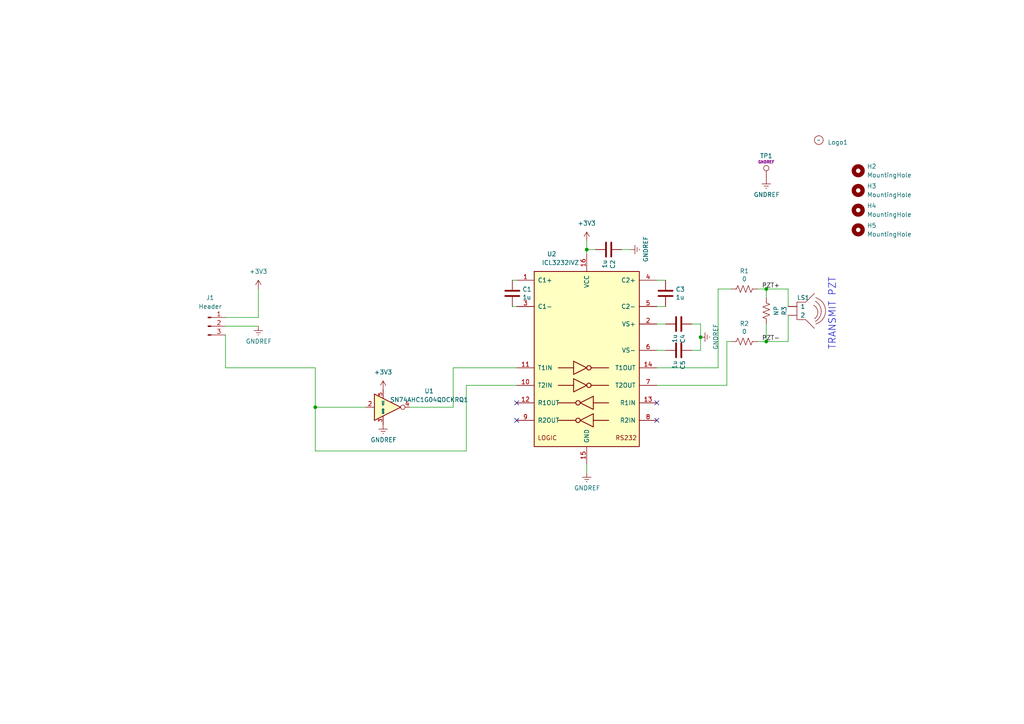
<source format=kicad_sch>
(kicad_sch (version 20230121) (generator eeschema)

  (uuid 88cb65f4-7e9e-44eb-8692-3b6e2e788a94)

  (paper "A4")

  (lib_symbols
    (symbol "Connector:Conn_01x03_Male" (pin_names (offset 1.016) hide) (in_bom yes) (on_board yes)
      (property "Reference" "J" (at 0 5.08 0)
        (effects (font (size 1.27 1.27)))
      )
      (property "Value" "Conn_01x03_Male" (at 0 -5.08 0)
        (effects (font (size 1.27 1.27)))
      )
      (property "Footprint" "" (at 0 0 0)
        (effects (font (size 1.27 1.27)) hide)
      )
      (property "Datasheet" "~" (at 0 0 0)
        (effects (font (size 1.27 1.27)) hide)
      )
      (property "ki_keywords" "connector" (at 0 0 0)
        (effects (font (size 1.27 1.27)) hide)
      )
      (property "ki_description" "Generic connector, single row, 01x03, script generated (kicad-library-utils/schlib/autogen/connector/)" (at 0 0 0)
        (effects (font (size 1.27 1.27)) hide)
      )
      (property "ki_fp_filters" "Connector*:*_1x??_*" (at 0 0 0)
        (effects (font (size 1.27 1.27)) hide)
      )
      (symbol "Conn_01x03_Male_1_1"
        (polyline
          (pts
            (xy 1.27 -2.54)
            (xy 0.8636 -2.54)
          )
          (stroke (width 0.1524) (type default))
          (fill (type none))
        )
        (polyline
          (pts
            (xy 1.27 0)
            (xy 0.8636 0)
          )
          (stroke (width 0.1524) (type default))
          (fill (type none))
        )
        (polyline
          (pts
            (xy 1.27 2.54)
            (xy 0.8636 2.54)
          )
          (stroke (width 0.1524) (type default))
          (fill (type none))
        )
        (rectangle (start 0.8636 -2.413) (end 0 -2.667)
          (stroke (width 0.1524) (type default))
          (fill (type outline))
        )
        (rectangle (start 0.8636 0.127) (end 0 -0.127)
          (stroke (width 0.1524) (type default))
          (fill (type outline))
        )
        (rectangle (start 0.8636 2.667) (end 0 2.413)
          (stroke (width 0.1524) (type default))
          (fill (type outline))
        )
        (pin passive line (at 5.08 2.54 180) (length 3.81)
          (name "Pin_1" (effects (font (size 1.27 1.27))))
          (number "1" (effects (font (size 1.27 1.27))))
        )
        (pin passive line (at 5.08 0 180) (length 3.81)
          (name "Pin_2" (effects (font (size 1.27 1.27))))
          (number "2" (effects (font (size 1.27 1.27))))
        )
        (pin passive line (at 5.08 -2.54 180) (length 3.81)
          (name "Pin_3" (effects (font (size 1.27 1.27))))
          (number "3" (effects (font (size 1.27 1.27))))
        )
      )
    )
    (symbol "Device:C" (pin_numbers hide) (pin_names (offset 0.254)) (in_bom yes) (on_board yes)
      (property "Reference" "C" (at 0.635 2.54 0)
        (effects (font (size 1.27 1.27)) (justify left))
      )
      (property "Value" "C" (at 0.635 -2.54 0)
        (effects (font (size 1.27 1.27)) (justify left))
      )
      (property "Footprint" "" (at 0.9652 -3.81 0)
        (effects (font (size 1.27 1.27)) hide)
      )
      (property "Datasheet" "~" (at 0 0 0)
        (effects (font (size 1.27 1.27)) hide)
      )
      (property "ki_keywords" "cap capacitor" (at 0 0 0)
        (effects (font (size 1.27 1.27)) hide)
      )
      (property "ki_description" "Unpolarized capacitor" (at 0 0 0)
        (effects (font (size 1.27 1.27)) hide)
      )
      (property "ki_fp_filters" "C_*" (at 0 0 0)
        (effects (font (size 1.27 1.27)) hide)
      )
      (symbol "C_0_1"
        (polyline
          (pts
            (xy -2.032 -0.762)
            (xy 2.032 -0.762)
          )
          (stroke (width 0.508) (type default))
          (fill (type none))
        )
        (polyline
          (pts
            (xy -2.032 0.762)
            (xy 2.032 0.762)
          )
          (stroke (width 0.508) (type default))
          (fill (type none))
        )
      )
      (symbol "C_1_1"
        (pin passive line (at 0 3.81 270) (length 2.794)
          (name "~" (effects (font (size 1.27 1.27))))
          (number "1" (effects (font (size 1.27 1.27))))
        )
        (pin passive line (at 0 -3.81 90) (length 2.794)
          (name "~" (effects (font (size 1.27 1.27))))
          (number "2" (effects (font (size 1.27 1.27))))
        )
      )
    )
    (symbol "Device:R_US" (pin_numbers hide) (pin_names (offset 0)) (in_bom yes) (on_board yes)
      (property "Reference" "R" (at 2.54 0 90)
        (effects (font (size 1.27 1.27)))
      )
      (property "Value" "R_US" (at -2.54 0 90)
        (effects (font (size 1.27 1.27)))
      )
      (property "Footprint" "" (at 1.016 -0.254 90)
        (effects (font (size 1.27 1.27)) hide)
      )
      (property "Datasheet" "~" (at 0 0 0)
        (effects (font (size 1.27 1.27)) hide)
      )
      (property "ki_keywords" "R res resistor" (at 0 0 0)
        (effects (font (size 1.27 1.27)) hide)
      )
      (property "ki_description" "Resistor, US symbol" (at 0 0 0)
        (effects (font (size 1.27 1.27)) hide)
      )
      (property "ki_fp_filters" "R_*" (at 0 0 0)
        (effects (font (size 1.27 1.27)) hide)
      )
      (symbol "R_US_0_1"
        (polyline
          (pts
            (xy 0 -2.286)
            (xy 0 -2.54)
          )
          (stroke (width 0) (type default))
          (fill (type none))
        )
        (polyline
          (pts
            (xy 0 2.286)
            (xy 0 2.54)
          )
          (stroke (width 0) (type default))
          (fill (type none))
        )
        (polyline
          (pts
            (xy 0 -0.762)
            (xy 1.016 -1.143)
            (xy 0 -1.524)
            (xy -1.016 -1.905)
            (xy 0 -2.286)
          )
          (stroke (width 0) (type default))
          (fill (type none))
        )
        (polyline
          (pts
            (xy 0 0.762)
            (xy 1.016 0.381)
            (xy 0 0)
            (xy -1.016 -0.381)
            (xy 0 -0.762)
          )
          (stroke (width 0) (type default))
          (fill (type none))
        )
        (polyline
          (pts
            (xy 0 2.286)
            (xy 1.016 1.905)
            (xy 0 1.524)
            (xy -1.016 1.143)
            (xy 0 0.762)
          )
          (stroke (width 0) (type default))
          (fill (type none))
        )
      )
      (symbol "R_US_1_1"
        (pin passive line (at 0 3.81 270) (length 1.27)
          (name "~" (effects (font (size 1.27 1.27))))
          (number "1" (effects (font (size 1.27 1.27))))
        )
        (pin passive line (at 0 -3.81 90) (length 1.27)
          (name "~" (effects (font (size 1.27 1.27))))
          (number "2" (effects (font (size 1.27 1.27))))
        )
      )
    )
    (symbol "Interface_UART:MAX232" (pin_names (offset 1.016)) (in_bom yes) (on_board yes)
      (property "Reference" "U" (at -2.54 28.575 0)
        (effects (font (size 1.27 1.27)) (justify right))
      )
      (property "Value" "MAX232" (at -2.54 26.67 0)
        (effects (font (size 1.27 1.27)) (justify right))
      )
      (property "Footprint" "" (at 1.27 -26.67 0)
        (effects (font (size 1.27 1.27)) (justify left) hide)
      )
      (property "Datasheet" "http://www.ti.com/lit/ds/symlink/max232.pdf" (at 0 2.54 0)
        (effects (font (size 1.27 1.27)) hide)
      )
      (property "ki_keywords" "rs232 uart transceiver line-driver" (at 0 0 0)
        (effects (font (size 1.27 1.27)) hide)
      )
      (property "ki_description" "Dual RS232 driver/receiver, 5V supply, 120kb/s, 0C-70C" (at 0 0 0)
        (effects (font (size 1.27 1.27)) hide)
      )
      (property "ki_fp_filters" "SOIC*P1.27mm* DIP*W7.62mm* TSSOP*4.4x5mm*P0.65mm*" (at 0 0 0)
        (effects (font (size 1.27 1.27)) hide)
      )
      (symbol "MAX232_0_0"
        (text "LOGIC" (at -11.43 -22.86 0)
          (effects (font (size 1.27 1.27)))
        )
        (text "RS232" (at 11.43 -22.86 0)
          (effects (font (size 1.27 1.27)))
        )
      )
      (symbol "MAX232_0_1"
        (rectangle (start -15.24 -25.4) (end 15.24 25.4)
          (stroke (width 0.254) (type default))
          (fill (type background))
        )
        (circle (center -2.54 -17.78) (radius 0.635)
          (stroke (width 0.254) (type default))
          (fill (type none))
        )
        (circle (center -2.54 -12.7) (radius 0.635)
          (stroke (width 0.254) (type default))
          (fill (type none))
        )
        (polyline
          (pts
            (xy -3.81 -7.62)
            (xy -8.255 -7.62)
          )
          (stroke (width 0.254) (type default))
          (fill (type none))
        )
        (polyline
          (pts
            (xy -3.81 -2.54)
            (xy -8.255 -2.54)
          )
          (stroke (width 0.254) (type default))
          (fill (type none))
        )
        (polyline
          (pts
            (xy -3.175 -17.78)
            (xy -8.255 -17.78)
          )
          (stroke (width 0.254) (type default))
          (fill (type none))
        )
        (polyline
          (pts
            (xy -3.175 -12.7)
            (xy -8.255 -12.7)
          )
          (stroke (width 0.254) (type default))
          (fill (type none))
        )
        (polyline
          (pts
            (xy 1.27 -7.62)
            (xy 6.35 -7.62)
          )
          (stroke (width 0.254) (type default))
          (fill (type none))
        )
        (polyline
          (pts
            (xy 1.27 -2.54)
            (xy 6.35 -2.54)
          )
          (stroke (width 0.254) (type default))
          (fill (type none))
        )
        (polyline
          (pts
            (xy 1.905 -17.78)
            (xy 6.35 -17.78)
          )
          (stroke (width 0.254) (type default))
          (fill (type none))
        )
        (polyline
          (pts
            (xy 1.905 -12.7)
            (xy 6.35 -12.7)
          )
          (stroke (width 0.254) (type default))
          (fill (type none))
        )
        (polyline
          (pts
            (xy -3.81 -5.715)
            (xy -3.81 -9.525)
            (xy 0 -7.62)
            (xy -3.81 -5.715)
          )
          (stroke (width 0.254) (type default))
          (fill (type none))
        )
        (polyline
          (pts
            (xy -3.81 -0.635)
            (xy -3.81 -4.445)
            (xy 0 -2.54)
            (xy -3.81 -0.635)
          )
          (stroke (width 0.254) (type default))
          (fill (type none))
        )
        (polyline
          (pts
            (xy 1.905 -15.875)
            (xy 1.905 -19.685)
            (xy -1.905 -17.78)
            (xy 1.905 -15.875)
          )
          (stroke (width 0.254) (type default))
          (fill (type none))
        )
        (polyline
          (pts
            (xy 1.905 -10.795)
            (xy 1.905 -14.605)
            (xy -1.905 -12.7)
            (xy 1.905 -10.795)
          )
          (stroke (width 0.254) (type default))
          (fill (type none))
        )
        (circle (center 0.635 -7.62) (radius 0.635)
          (stroke (width 0.254) (type default))
          (fill (type none))
        )
        (circle (center 0.635 -2.54) (radius 0.635)
          (stroke (width 0.254) (type default))
          (fill (type none))
        )
      )
      (symbol "MAX232_1_1"
        (pin passive line (at -20.32 22.86 0) (length 5.08)
          (name "C1+" (effects (font (size 1.27 1.27))))
          (number "1" (effects (font (size 1.27 1.27))))
        )
        (pin input line (at -20.32 -7.62 0) (length 5.08)
          (name "T2IN" (effects (font (size 1.27 1.27))))
          (number "10" (effects (font (size 1.27 1.27))))
        )
        (pin input line (at -20.32 -2.54 0) (length 5.08)
          (name "T1IN" (effects (font (size 1.27 1.27))))
          (number "11" (effects (font (size 1.27 1.27))))
        )
        (pin output line (at -20.32 -12.7 0) (length 5.08)
          (name "R1OUT" (effects (font (size 1.27 1.27))))
          (number "12" (effects (font (size 1.27 1.27))))
        )
        (pin input line (at 20.32 -12.7 180) (length 5.08)
          (name "R1IN" (effects (font (size 1.27 1.27))))
          (number "13" (effects (font (size 1.27 1.27))))
        )
        (pin output line (at 20.32 -2.54 180) (length 5.08)
          (name "T1OUT" (effects (font (size 1.27 1.27))))
          (number "14" (effects (font (size 1.27 1.27))))
        )
        (pin power_in line (at 0 -30.48 90) (length 5.08)
          (name "GND" (effects (font (size 1.27 1.27))))
          (number "15" (effects (font (size 1.27 1.27))))
        )
        (pin power_in line (at 0 30.48 270) (length 5.08)
          (name "VCC" (effects (font (size 1.27 1.27))))
          (number "16" (effects (font (size 1.27 1.27))))
        )
        (pin power_out line (at 20.32 10.16 180) (length 5.08)
          (name "VS+" (effects (font (size 1.27 1.27))))
          (number "2" (effects (font (size 1.27 1.27))))
        )
        (pin passive line (at -20.32 15.24 0) (length 5.08)
          (name "C1-" (effects (font (size 1.27 1.27))))
          (number "3" (effects (font (size 1.27 1.27))))
        )
        (pin passive line (at 20.32 22.86 180) (length 5.08)
          (name "C2+" (effects (font (size 1.27 1.27))))
          (number "4" (effects (font (size 1.27 1.27))))
        )
        (pin passive line (at 20.32 15.24 180) (length 5.08)
          (name "C2-" (effects (font (size 1.27 1.27))))
          (number "5" (effects (font (size 1.27 1.27))))
        )
        (pin power_out line (at 20.32 2.54 180) (length 5.08)
          (name "VS-" (effects (font (size 1.27 1.27))))
          (number "6" (effects (font (size 1.27 1.27))))
        )
        (pin output line (at 20.32 -7.62 180) (length 5.08)
          (name "T2OUT" (effects (font (size 1.27 1.27))))
          (number "7" (effects (font (size 1.27 1.27))))
        )
        (pin input line (at 20.32 -17.78 180) (length 5.08)
          (name "R2IN" (effects (font (size 1.27 1.27))))
          (number "8" (effects (font (size 1.27 1.27))))
        )
        (pin output line (at -20.32 -17.78 0) (length 5.08)
          (name "R2OUT" (effects (font (size 1.27 1.27))))
          (number "9" (effects (font (size 1.27 1.27))))
        )
      )
    )
    (symbol "Mechanical:MountingHole" (pin_names (offset 1.016)) (in_bom yes) (on_board yes)
      (property "Reference" "H" (at 0 5.08 0)
        (effects (font (size 1.27 1.27)))
      )
      (property "Value" "MountingHole" (at 0 3.175 0)
        (effects (font (size 1.27 1.27)))
      )
      (property "Footprint" "" (at 0 0 0)
        (effects (font (size 1.27 1.27)) hide)
      )
      (property "Datasheet" "~" (at 0 0 0)
        (effects (font (size 1.27 1.27)) hide)
      )
      (property "ki_keywords" "mounting hole" (at 0 0 0)
        (effects (font (size 1.27 1.27)) hide)
      )
      (property "ki_description" "Mounting Hole without connection" (at 0 0 0)
        (effects (font (size 1.27 1.27)) hide)
      )
      (property "ki_fp_filters" "MountingHole*" (at 0 0 0)
        (effects (font (size 1.27 1.27)) hide)
      )
      (symbol "MountingHole_0_1"
        (circle (center 0 0) (radius 1.27)
          (stroke (width 1.27) (type default))
          (fill (type none))
        )
      )
    )
    (symbol "power:+3V3" (power) (pin_names (offset 0)) (in_bom yes) (on_board yes)
      (property "Reference" "#PWR" (at 0 -3.81 0)
        (effects (font (size 1.27 1.27)) hide)
      )
      (property "Value" "+3V3" (at 0 3.556 0)
        (effects (font (size 1.27 1.27)))
      )
      (property "Footprint" "" (at 0 0 0)
        (effects (font (size 1.27 1.27)) hide)
      )
      (property "Datasheet" "" (at 0 0 0)
        (effects (font (size 1.27 1.27)) hide)
      )
      (property "ki_keywords" "power-flag" (at 0 0 0)
        (effects (font (size 1.27 1.27)) hide)
      )
      (property "ki_description" "Power symbol creates a global label with name \"+3V3\"" (at 0 0 0)
        (effects (font (size 1.27 1.27)) hide)
      )
      (symbol "+3V3_0_1"
        (polyline
          (pts
            (xy -0.762 1.27)
            (xy 0 2.54)
          )
          (stroke (width 0) (type default))
          (fill (type none))
        )
        (polyline
          (pts
            (xy 0 0)
            (xy 0 2.54)
          )
          (stroke (width 0) (type default))
          (fill (type none))
        )
        (polyline
          (pts
            (xy 0 2.54)
            (xy 0.762 1.27)
          )
          (stroke (width 0) (type default))
          (fill (type none))
        )
      )
      (symbol "+3V3_1_1"
        (pin power_in line (at 0 0 90) (length 0) hide
          (name "+3V3" (effects (font (size 1.27 1.27))))
          (number "1" (effects (font (size 1.27 1.27))))
        )
      )
    )
    (symbol "power:GNDREF" (power) (pin_names (offset 0)) (in_bom yes) (on_board yes)
      (property "Reference" "#PWR" (at 0 -6.35 0)
        (effects (font (size 1.27 1.27)) hide)
      )
      (property "Value" "GNDREF" (at 0 -3.81 0)
        (effects (font (size 1.27 1.27)))
      )
      (property "Footprint" "" (at 0 0 0)
        (effects (font (size 1.27 1.27)) hide)
      )
      (property "Datasheet" "" (at 0 0 0)
        (effects (font (size 1.27 1.27)) hide)
      )
      (property "ki_keywords" "power-flag" (at 0 0 0)
        (effects (font (size 1.27 1.27)) hide)
      )
      (property "ki_description" "Power symbol creates a global label with name \"GNDREF\" , reference supply ground" (at 0 0 0)
        (effects (font (size 1.27 1.27)) hide)
      )
      (symbol "GNDREF_0_1"
        (polyline
          (pts
            (xy -0.635 -1.905)
            (xy 0.635 -1.905)
          )
          (stroke (width 0) (type default))
          (fill (type none))
        )
        (polyline
          (pts
            (xy -0.127 -2.54)
            (xy 0.127 -2.54)
          )
          (stroke (width 0) (type default))
          (fill (type none))
        )
        (polyline
          (pts
            (xy 0 -1.27)
            (xy 0 0)
          )
          (stroke (width 0) (type default))
          (fill (type none))
        )
        (polyline
          (pts
            (xy 1.27 -1.27)
            (xy -1.27 -1.27)
          )
          (stroke (width 0) (type default))
          (fill (type none))
        )
      )
      (symbol "GNDREF_1_1"
        (pin power_in line (at 0 0 270) (length 0) hide
          (name "GNDREF" (effects (font (size 1.27 1.27))))
          (number "1" (effects (font (size 1.27 1.27))))
        )
      )
    )
    (symbol "uFinder:74AHC1G04" (in_bom yes) (on_board yes)
      (property "Reference" "U" (at -2.54 5.08 0)
        (effects (font (size 1.27 1.27)))
      )
      (property "Value" "74AHC1G04" (at 8.89 5.08 0)
        (effects (font (size 1.27 1.27)))
      )
      (property "Footprint" "Package_TO_SOT_SMD:SOT-353_SC-70-5" (at 0 -6.35 0)
        (effects (font (size 1.27 1.27)) hide)
      )
      (property "Datasheet" "https://www.diodes.com/assets/Datasheets/74AHC1G04.pdf" (at -1.905 0 0)
        (effects (font (size 1.27 1.27)) hide)
      )
      (property "ki_keywords" "inverter cmos" (at 0 0 0)
        (effects (font (size 1.27 1.27)) hide)
      )
      (property "ki_description" "Single Inverter Gate, SOT-353" (at 0 0 0)
        (effects (font (size 1.27 1.27)) hide)
      )
      (property "ki_fp_filters" "SOT*553*" (at 0 0 0)
        (effects (font (size 1.27 1.27)) hide)
      )
      (symbol "74AHC1G04_0_1"
        (rectangle (start -2.54 3.81) (end -2.54 -3.81)
          (stroke (width 0.254) (type default))
          (fill (type background))
        )
        (polyline
          (pts
            (xy -2.54 -3.81)
            (xy 5.08 0)
            (xy -2.54 3.81)
          )
          (stroke (width 0.254) (type default))
          (fill (type background))
        )
        (circle (center 5.715 0) (radius 0.635)
          (stroke (width 0) (type default))
          (fill (type none))
        )
      )
      (symbol "74AHC1G04_1_1"
        (pin no_connect line (at 5.08 0 180) (length 2.54) hide
          (name "NC" (effects (font (size 1.27 1.27))))
          (number "1" (effects (font (size 1.27 1.27))))
        )
        (pin input line (at -5.08 0 0) (length 2.54)
          (name "~" (effects (font (size 1.27 1.27))))
          (number "2" (effects (font (size 1.27 1.27))))
        )
        (pin power_in line (at 0 -5.08 90) (length 2.54)
          (name "GND" (effects (font (size 0.508 0.508))))
          (number "3" (effects (font (size 1.016 1.016))))
        )
        (pin output line (at 7.62 0 180) (length 1.27)
          (name "~" (effects (font (size 1.27 1.27))))
          (number "4" (effects (font (size 1.27 1.27))))
        )
        (pin power_in line (at 0 5.08 270) (length 2.54)
          (name "VCC" (effects (font (size 0.508 0.508))))
          (number "5" (effects (font (size 1.016 1.016))))
        )
      )
    )
    (symbol "uFinder:Logo" (in_bom no) (on_board yes)
      (property "Reference" "Logo" (at 0 0 0)
        (effects (font (size 1.27 1.27)))
      )
      (property "Value" "" (at 0 0 0)
        (effects (font (size 1.27 1.27)))
      )
      (property "Footprint" "" (at 0 0 0)
        (effects (font (size 1.27 1.27)) hide)
      )
      (property "Datasheet" "" (at 0 0 0)
        (effects (font (size 1.27 1.27)) hide)
      )
      (symbol "Logo_0_1"
        (circle (center 0 0) (radius 1.27)
          (stroke (width 0) (type default))
          (fill (type none))
        )
      )
    )
    (symbol "uFinder:TestPoint" (pin_numbers hide) (pin_names (offset 0.762) hide) (in_bom yes) (on_board yes)
      (property "Reference" "TP" (at 0 6.858 0)
        (effects (font (size 1.27 1.27)))
      )
      (property "Value" "TestPoint" (at 0 5.08 0)
        (effects (font (size 1.27 1.27)) hide)
      )
      (property "Footprint" "" (at 5.08 0 0)
        (effects (font (size 1.27 1.27)) hide)
      )
      (property "Datasheet" "~" (at 5.08 0 0)
        (effects (font (size 1.27 1.27)) hide)
      )
      (property "Net" "Foo" (at 0 5.08 0)
        (effects (font (size 0.8 0.8)))
      )
      (property "ki_keywords" "test point tp" (at 0 0 0)
        (effects (font (size 1.27 1.27)) hide)
      )
      (property "ki_description" "test point" (at 0 0 0)
        (effects (font (size 1.27 1.27)) hide)
      )
      (property "ki_fp_filters" "Pin* Test*" (at 0 0 0)
        (effects (font (size 1.27 1.27)) hide)
      )
      (symbol "TestPoint_0_1"
        (circle (center 0 3.302) (radius 0.762)
          (stroke (width 0) (type default))
          (fill (type none))
        )
      )
      (symbol "TestPoint_1_1"
        (pin passive line (at 0 0 90) (length 2.54)
          (name "1" (effects (font (size 1.27 1.27))))
          (number "1" (effects (font (size 1.27 1.27))))
        )
      )
    )
    (symbol "uFinder:USTransducer" (pin_numbers hide) (pin_names (offset 1.016)) (in_bom yes) (on_board yes)
      (property "Reference" "LS" (at 2.54 3.81 0)
        (effects (font (size 1.27 1.27)) (justify left))
      )
      (property "Value" "USTransducer" (at 12.7 -19.05 90)
        (effects (font (size 1.27 1.27)) (justify left) hide)
      )
      (property "Footprint" "uFinder:ULTRASONIC_16MM" (at -7.62 3.81 0)
        (effects (font (size 1.27 1.27)) hide)
      )
      (property "Datasheet" "" (at -7.62 3.81 0)
        (effects (font (size 1.27 1.27)) hide)
      )
      (symbol "USTransducer_0_1"
        (polyline
          (pts
            (xy 2.54 2.54)
            (xy 2.54 0)
            (xy 2.54 0.508)
          )
          (stroke (width 0) (type default))
          (fill (type none))
        )
        (polyline
          (pts
            (xy 2.54 2.54)
            (xy 5.08 2.54)
            (xy 7.62 5.08)
          )
          (stroke (width 0) (type default))
          (fill (type none))
        )
        (polyline
          (pts
            (xy 2.54 0)
            (xy 2.54 -2.54)
            (xy 5.08 -2.54)
            (xy 7.62 -5.08)
          )
          (stroke (width 0) (type default))
          (fill (type none))
        )
        (arc (start 7.62 -2.286) (mid 8.592 -0.2466) (end 7.366 1.651)
          (stroke (width 0) (type default))
          (fill (type none))
        )
        (arc (start 7.874 -3.048) (mid 9.5783 -0.127) (end 7.874 2.794)
          (stroke (width 0) (type default))
          (fill (type none))
        )
        (arc (start 8.001 -3.81) (mid 10.8358 0) (end 8.001 3.81)
          (stroke (width 0) (type default))
          (fill (type none))
        )
      )
      (symbol "USTransducer_1_1"
        (pin bidirectional line (at 0 1.27 0) (length 2.54)
          (name "1" (effects (font (size 1.27 1.27))))
          (number "1" (effects (font (size 1.27 1.27))))
        )
        (pin bidirectional line (at 0 -1.27 0) (length 2.54)
          (name "2" (effects (font (size 1.27 1.27))))
          (number "2" (effects (font (size 1.27 1.27))))
        )
      )
    )
  )

  (junction (at 91.44 118.11) (diameter 0) (color 0 0 0 0)
    (uuid 1381c62d-fe0d-40e1-a24a-30e3ebdfd353)
  )
  (junction (at 222.25 99.06) (diameter 0) (color 0 0 0 0)
    (uuid 4346fe55-f906-453a-b81a-1c013104a598)
  )
  (junction (at 170.18 72.39) (diameter 0) (color 0 0 0 0)
    (uuid 81b95d0d-8967-4ed1-8d40-39925d015ae8)
  )
  (junction (at 203.2 97.79) (diameter 0) (color 0 0 0 0)
    (uuid a419542a-0c78-421e-9ac7-81d3afba6186)
  )
  (junction (at 222.25 83.82) (diameter 0) (color 0 0 0 0)
    (uuid cb1a49ef-0a06-4f40-9008-61d1d1c36198)
  )

  (no_connect (at 190.5 121.92) (uuid 2c488362-c230-4f6d-82f9-a229b1171a23))
  (no_connect (at 190.5 116.84) (uuid 89df70f4-3579-42b9-861e-6beb04a3b25e))
  (no_connect (at 149.86 116.84) (uuid 8cb5a828-8cef-4784-b78d-175b49646952))
  (no_connect (at 149.86 121.92) (uuid a5e6f7cb-0a81-4357-a11f-231d23300342))

  (wire (pts (xy 193.04 88.9) (xy 190.5 88.9))
    (stroke (width 0) (type default))
    (uuid 003974b6-cb8f-491b-a226-fc7891eb9a62)
  )
  (wire (pts (xy 74.93 83.82) (xy 74.93 92.075))
    (stroke (width 0) (type default))
    (uuid 09410c80-7ac4-4ad2-9666-5e7d00747196)
  )
  (wire (pts (xy 222.25 83.82) (xy 228.6 83.82))
    (stroke (width 0) (type default))
    (uuid 0f0f7bb5-ade7-4a81-82b4-43be6a8ad05c)
  )
  (wire (pts (xy 193.04 101.6) (xy 190.5 101.6))
    (stroke (width 0) (type default))
    (uuid 1a813eeb-ee58-4579-81e1-3f9a7227213c)
  )
  (wire (pts (xy 203.2 97.79) (xy 203.2 93.98))
    (stroke (width 0) (type default))
    (uuid 1b5a32e4-0b8e-4f38-b679-71dc277c2087)
  )
  (wire (pts (xy 170.18 69.85) (xy 170.18 72.39))
    (stroke (width 0) (type default))
    (uuid 2d617fad-47fe-4db9-836a-4bceb9c31c3b)
  )
  (wire (pts (xy 222.25 86.36) (xy 222.25 83.82))
    (stroke (width 0) (type default))
    (uuid 2f3fba7a-cf45-4bd8-9035-07e6fa0b4732)
  )
  (wire (pts (xy 135.255 130.81) (xy 91.44 130.81))
    (stroke (width 0) (type default))
    (uuid 3487a00e-b4f8-4ca1-aade-63cba41672f2)
  )
  (wire (pts (xy 208.28 106.68) (xy 208.28 83.82))
    (stroke (width 0) (type default))
    (uuid 37728c8e-efcc-462c-a749-47b6bfcbaf37)
  )
  (wire (pts (xy 65.405 106.68) (xy 91.44 106.68))
    (stroke (width 0) (type default))
    (uuid 412e60a2-a759-4be2-b3d3-42a12725ddfd)
  )
  (wire (pts (xy 203.2 101.6) (xy 200.66 101.6))
    (stroke (width 0) (type default))
    (uuid 414f80f7-b2d5-43c3-a018-819efe44fe30)
  )
  (wire (pts (xy 149.86 81.28) (xy 148.59 81.28))
    (stroke (width 0) (type default))
    (uuid 4688ff87-8262-46f4-ad96-b5f4e529cfa9)
  )
  (wire (pts (xy 203.2 97.79) (xy 203.2 101.6))
    (stroke (width 0) (type default))
    (uuid 494d4ce3-60c4-4021-8bd1-ab41a12b14ed)
  )
  (wire (pts (xy 91.44 118.11) (xy 106.045 118.11))
    (stroke (width 0) (type default))
    (uuid 4b1114e1-d671-411e-83d3-ce789613b54e)
  )
  (wire (pts (xy 149.86 106.68) (xy 131.445 106.68))
    (stroke (width 0) (type default))
    (uuid 4c3becc9-79e1-4d4a-a3fd-a6e8750302a2)
  )
  (wire (pts (xy 222.25 93.98) (xy 222.25 99.06))
    (stroke (width 0) (type default))
    (uuid 5e6153e6-2c19-46de-9a8e-b310a2a07861)
  )
  (wire (pts (xy 118.745 118.11) (xy 131.445 118.11))
    (stroke (width 0) (type default))
    (uuid 7932d86d-8806-4616-b0bf-91d987933c37)
  )
  (wire (pts (xy 91.44 106.68) (xy 91.44 118.11))
    (stroke (width 0) (type default))
    (uuid 7d1933a9-bf3b-4ee5-a995-4e676af82e5c)
  )
  (wire (pts (xy 210.82 99.06) (xy 210.82 111.76))
    (stroke (width 0) (type default))
    (uuid 8220ba36-5fda-4461-95e2-49a5bc0c76af)
  )
  (wire (pts (xy 172.72 72.39) (xy 170.18 72.39))
    (stroke (width 0) (type default))
    (uuid 83a363ef-2850-4113-853b-2966af02d72d)
  )
  (wire (pts (xy 203.2 93.98) (xy 200.66 93.98))
    (stroke (width 0) (type default))
    (uuid 84febc35-87fd-4cad-8e04-2b66390cfc12)
  )
  (wire (pts (xy 148.59 88.9) (xy 149.86 88.9))
    (stroke (width 0) (type default))
    (uuid 92bd1111-b941-4c03-b7ec-a08a9359bc50)
  )
  (wire (pts (xy 219.71 83.82) (xy 222.25 83.82))
    (stroke (width 0) (type default))
    (uuid 94a10cae-6ef2-4b64-9d98-fb22aa3306cc)
  )
  (wire (pts (xy 182.88 72.39) (xy 180.34 72.39))
    (stroke (width 0) (type default))
    (uuid 971d1932-4a99-4265-9c76-26e554bde4fe)
  )
  (wire (pts (xy 91.44 130.81) (xy 91.44 118.11))
    (stroke (width 0) (type default))
    (uuid 9c47c972-bf4c-469f-9943-1310ab7b1641)
  )
  (wire (pts (xy 212.09 99.06) (xy 210.82 99.06))
    (stroke (width 0) (type default))
    (uuid a92f3b72-ed6d-4d99-9da6-35771bec3c77)
  )
  (wire (pts (xy 228.6 88.9) (xy 228.6 83.82))
    (stroke (width 0) (type default))
    (uuid aa1c6f47-cbd4-4cbd-8265-e5ac08b7ffc8)
  )
  (wire (pts (xy 131.445 106.68) (xy 131.445 118.11))
    (stroke (width 0) (type default))
    (uuid af312ac4-322e-449d-a72e-a0319f9489e9)
  )
  (wire (pts (xy 170.18 72.39) (xy 170.18 73.66))
    (stroke (width 0) (type default))
    (uuid b24c67bf-acb7-486e-9d7b-fb513b8c7fc6)
  )
  (wire (pts (xy 193.04 93.98) (xy 190.5 93.98))
    (stroke (width 0) (type default))
    (uuid b754bfb3-a198-47be-8e7b-61bec885a5db)
  )
  (wire (pts (xy 65.405 94.615) (xy 74.93 94.615))
    (stroke (width 0) (type default))
    (uuid be1696f4-5260-4f29-9570-5bda559f0c33)
  )
  (wire (pts (xy 222.25 99.06) (xy 228.6 99.06))
    (stroke (width 0) (type default))
    (uuid c512fed3-9770-476b-b048-e781b4f3cd72)
  )
  (wire (pts (xy 149.86 111.76) (xy 135.255 111.76))
    (stroke (width 0) (type default))
    (uuid c6eee1a5-ce5b-4b65-a757-42b9a373c5f9)
  )
  (wire (pts (xy 190.5 106.68) (xy 208.28 106.68))
    (stroke (width 0) (type default))
    (uuid d4e4ffa8-e3e2-4590-b9df-630d1880f3e4)
  )
  (wire (pts (xy 65.405 92.075) (xy 74.93 92.075))
    (stroke (width 0) (type default))
    (uuid dbcbd479-8b72-4eb1-99de-efbdfaf9b8d0)
  )
  (wire (pts (xy 170.18 137.16) (xy 170.18 134.62))
    (stroke (width 0) (type default))
    (uuid dc628a9d-67e8-4a03-b99f-8cc7a42af6ef)
  )
  (wire (pts (xy 135.255 111.76) (xy 135.255 130.81))
    (stroke (width 0) (type default))
    (uuid de164944-e0ff-4245-95cd-3a1fe8a54ea1)
  )
  (wire (pts (xy 193.04 81.28) (xy 190.5 81.28))
    (stroke (width 0) (type default))
    (uuid e42fd0d4-9927-4308-81d9-4cca814c8ea9)
  )
  (wire (pts (xy 228.6 91.44) (xy 228.6 99.06))
    (stroke (width 0) (type default))
    (uuid f28e56e7-283b-4b9a-ae27-95e89770fbf8)
  )
  (wire (pts (xy 219.71 99.06) (xy 222.25 99.06))
    (stroke (width 0) (type default))
    (uuid f33ec0db-ef0f-4576-8054-2833161a8f30)
  )
  (wire (pts (xy 208.28 83.82) (xy 212.09 83.82))
    (stroke (width 0) (type default))
    (uuid fbb5e77c-4b41-4796-ad13-1b9e2bbc3c81)
  )
  (wire (pts (xy 65.405 97.155) (xy 65.405 106.68))
    (stroke (width 0) (type default))
    (uuid fca1c96e-43f5-47c7-9080-d5a09b4b15fb)
  )
  (wire (pts (xy 210.82 111.76) (xy 190.5 111.76))
    (stroke (width 0) (type default))
    (uuid fdc57161-f7f8-4584-b0ec-8c1aa24339c6)
  )

  (text "TRANSMIT PZT" (at 242.57 101.6 90)
    (effects (font (size 2.0066 2.0066)) (justify left bottom))
    (uuid 3457afc5-3e4f-4220-81d1-b079f653a722)
  )

  (label "PZT+" (at 220.98 83.82 0) (fields_autoplaced)
    (effects (font (size 1.27 1.27)) (justify left bottom))
    (uuid 0ba17a9b-d889-426c-b4fe-048bed6b6be8)
  )
  (label "PZT-" (at 220.98 99.06 0) (fields_autoplaced)
    (effects (font (size 1.27 1.27)) (justify left bottom))
    (uuid 761c8e29-382a-475c-a37a-7201cc9cd0f5)
  )

  (symbol (lib_id "Device:R_US") (at 215.9 83.82 90) (unit 1)
    (in_bom yes) (on_board yes) (dnp no)
    (uuid 00000000-0000-0000-0000-00005f57e6f2)
    (property "Reference" "R1" (at 215.9 78.613 90)
      (effects (font (size 1.27 1.27)))
    )
    (property "Value" "0" (at 215.9 80.9244 90)
      (effects (font (size 1.27 1.27)))
    )
    (property "Footprint" "Resistor_SMD:R_0603_1608Metric_Pad0.98x0.95mm_HandSolder" (at 216.154 82.804 90)
      (effects (font (size 1.27 1.27)) hide)
    )
    (property "Datasheet" "~" (at 215.9 83.82 0)
      (effects (font (size 1.27 1.27)) hide)
    )
    (property "DK PN" "311-0.0HRCT-ND" (at 215.9 83.82 0)
      (effects (font (size 1.27 1.27)) hide)
    )
    (property "MFG" "Yageo" (at 215.9 83.82 0)
      (effects (font (size 1.27 1.27)) hide)
    )
    (property "MFG PN" "RC0603FR-070RL" (at 215.9 83.82 0)
      (effects (font (size 1.27 1.27)) hide)
    )
    (pin "1" (uuid d1601f28-725a-4957-9cd8-d7afc6c55907))
    (pin "2" (uuid 72e034a6-27fd-4138-ba60-85f16cfd19ff))
    (instances
      (project "Transmit US"
        (path "/88cb65f4-7e9e-44eb-8692-3b6e2e788a94"
          (reference "R1") (unit 1)
        )
      )
    )
  )

  (symbol (lib_id "Device:R_US") (at 215.9 99.06 90) (unit 1)
    (in_bom yes) (on_board yes) (dnp no)
    (uuid 00000000-0000-0000-0000-00005f57ee4a)
    (property "Reference" "R2" (at 215.9 93.853 90)
      (effects (font (size 1.27 1.27)))
    )
    (property "Value" "0" (at 215.9 96.1644 90)
      (effects (font (size 1.27 1.27)))
    )
    (property "Footprint" "Resistor_SMD:R_0603_1608Metric_Pad0.98x0.95mm_HandSolder" (at 216.154 98.044 90)
      (effects (font (size 1.27 1.27)) hide)
    )
    (property "Datasheet" "~" (at 215.9 99.06 0)
      (effects (font (size 1.27 1.27)) hide)
    )
    (property "DK PN" "311-0.0HRCT-ND" (at 215.9 99.06 0)
      (effects (font (size 1.27 1.27)) hide)
    )
    (property "MFG" "Yageo" (at 215.9 99.06 0)
      (effects (font (size 1.27 1.27)) hide)
    )
    (property "MFG PN" "RC0603FR-070RL" (at 215.9 99.06 0)
      (effects (font (size 1.27 1.27)) hide)
    )
    (pin "1" (uuid d575f245-53c4-44bd-9a1e-edd3b26a8474))
    (pin "2" (uuid 8b64bfe6-003a-461c-a04d-2b8880aeaf8e))
    (instances
      (project "Transmit US"
        (path "/88cb65f4-7e9e-44eb-8692-3b6e2e788a94"
          (reference "R2") (unit 1)
        )
      )
    )
  )

  (symbol (lib_id "uFinder:USTransducer") (at 228.6 90.17 0) (unit 1)
    (in_bom yes) (on_board yes) (dnp no)
    (uuid 00000000-0000-0000-0000-00005f5928cb)
    (property "Reference" "LS1" (at 231.14 86.36 0)
      (effects (font (size 1.27 1.27)) (justify left))
    )
    (property "Value" "USTransducer" (at 241.3 109.22 90)
      (effects (font (size 1.27 1.27)) (justify left) hide)
    )
    (property "Footprint" "uFinder:ULTRASONIC_16MM" (at 220.98 86.36 0)
      (effects (font (size 1.27 1.27)) hide)
    )
    (property "Datasheet" "" (at 220.98 86.36 0)
      (effects (font (size 1.27 1.27)) hide)
    )
    (pin "1" (uuid 190c9a5d-1321-4fad-9ccc-26d8ef122d15))
    (pin "2" (uuid 605bbffd-3797-4c6e-b4c4-1f2deef1f487))
    (instances
      (project "Transmit US"
        (path "/88cb65f4-7e9e-44eb-8692-3b6e2e788a94"
          (reference "LS1") (unit 1)
        )
      )
    )
  )

  (symbol (lib_id "Device:R_US") (at 222.25 90.17 180) (unit 1)
    (in_bom yes) (on_board yes) (dnp no)
    (uuid 00000000-0000-0000-0000-00005f744a7d)
    (property "Reference" "R3" (at 227.457 90.17 90)
      (effects (font (size 1.27 1.27)))
    )
    (property "Value" "NP" (at 225.1456 90.17 90)
      (effects (font (size 1.27 1.27)))
    )
    (property "Footprint" "Resistor_SMD:R_0603_1608Metric_Pad0.98x0.95mm_HandSolder" (at 221.234 89.916 90)
      (effects (font (size 1.27 1.27)) hide)
    )
    (property "Datasheet" "~" (at 222.25 90.17 0)
      (effects (font (size 1.27 1.27)) hide)
    )
    (property "DK PN" "NA" (at 222.25 90.17 0)
      (effects (font (size 1.27 1.27)) hide)
    )
    (property "MFG" "NA" (at 222.25 90.17 0)
      (effects (font (size 1.27 1.27)) hide)
    )
    (property "MFG PN" "NA" (at 222.25 90.17 0)
      (effects (font (size 1.27 1.27)) hide)
    )
    (pin "1" (uuid ff73c9f7-4483-4325-aba1-882906f0fa69))
    (pin "2" (uuid 8ecd5bd6-8d66-45c7-bdc6-0ef66b59a163))
    (instances
      (project "Transmit US"
        (path "/88cb65f4-7e9e-44eb-8692-3b6e2e788a94"
          (reference "R3") (unit 1)
        )
      )
    )
  )

  (symbol (lib_id "Device:C") (at 196.85 93.98 90) (unit 1)
    (in_bom yes) (on_board yes) (dnp no)
    (uuid 00000000-0000-0000-0000-000060e87560)
    (property "Reference" "C4" (at 198.0184 96.901 0)
      (effects (font (size 1.27 1.27)) (justify right))
    )
    (property "Value" "1u" (at 195.707 96.901 0)
      (effects (font (size 1.27 1.27)) (justify right))
    )
    (property "Footprint" "Capacitor_SMD:C_0603_1608Metric_Pad1.08x0.95mm_HandSolder" (at 200.66 93.0148 0)
      (effects (font (size 1.27 1.27)) hide)
    )
    (property "Datasheet" "~" (at 196.85 93.98 0)
      (effects (font (size 1.27 1.27)) hide)
    )
    (property "DK PN" "1276-1102-1-ND" (at 196.85 93.98 0)
      (effects (font (size 1.27 1.27)) hide)
    )
    (property "MFG" "Samsung" (at 196.85 93.98 0)
      (effects (font (size 1.27 1.27)) hide)
    )
    (property "MFG PN" "CL10A105KA8NNNC" (at 196.85 93.98 0)
      (effects (font (size 1.27 1.27)) hide)
    )
    (pin "1" (uuid 22cf5a0b-4302-4f94-87f4-aa9604050f8d))
    (pin "2" (uuid bd774d9b-bb00-4625-8e93-a03c1c2b5e27))
    (instances
      (project "Transmit US"
        (path "/88cb65f4-7e9e-44eb-8692-3b6e2e788a94"
          (reference "C4") (unit 1)
        )
      )
    )
  )

  (symbol (lib_id "Device:C") (at 196.85 101.6 90) (unit 1)
    (in_bom yes) (on_board yes) (dnp no)
    (uuid 00000000-0000-0000-0000-000060e87d01)
    (property "Reference" "C5" (at 198.0184 104.521 0)
      (effects (font (size 1.27 1.27)) (justify right))
    )
    (property "Value" "1u" (at 195.707 104.521 0)
      (effects (font (size 1.27 1.27)) (justify right))
    )
    (property "Footprint" "Capacitor_SMD:C_0603_1608Metric_Pad1.08x0.95mm_HandSolder" (at 200.66 100.6348 0)
      (effects (font (size 1.27 1.27)) hide)
    )
    (property "Datasheet" "~" (at 196.85 101.6 0)
      (effects (font (size 1.27 1.27)) hide)
    )
    (property "DK PN" "1276-1102-1-ND" (at 196.85 101.6 0)
      (effects (font (size 1.27 1.27)) hide)
    )
    (property "MFG" "Samsung" (at 196.85 101.6 0)
      (effects (font (size 1.27 1.27)) hide)
    )
    (property "MFG PN" "CL10A105KA8NNNC" (at 196.85 101.6 0)
      (effects (font (size 1.27 1.27)) hide)
    )
    (pin "1" (uuid eab85d78-1f9a-47f4-a4e2-2dbd3a4a8e25))
    (pin "2" (uuid a50309fd-9554-4376-b34a-42050476acc1))
    (instances
      (project "Transmit US"
        (path "/88cb65f4-7e9e-44eb-8692-3b6e2e788a94"
          (reference "C5") (unit 1)
        )
      )
    )
  )

  (symbol (lib_id "power:GNDREF") (at 203.2 97.79 90) (unit 1)
    (in_bom yes) (on_board yes) (dnp no)
    (uuid 00000000-0000-0000-0000-000060ea2e6a)
    (property "Reference" "#PWR08" (at 209.55 97.79 0)
      (effects (font (size 1.27 1.27)) hide)
    )
    (property "Value" "GNDREF" (at 207.5942 97.663 0)
      (effects (font (size 1.27 1.27)))
    )
    (property "Footprint" "" (at 203.2 97.79 0)
      (effects (font (size 1.27 1.27)) hide)
    )
    (property "Datasheet" "" (at 203.2 97.79 0)
      (effects (font (size 1.27 1.27)) hide)
    )
    (pin "1" (uuid f885215f-121c-452c-97ad-9905dc371c57))
    (instances
      (project "Transmit US"
        (path "/88cb65f4-7e9e-44eb-8692-3b6e2e788a94"
          (reference "#PWR08") (unit 1)
        )
      )
    )
  )

  (symbol (lib_id "Interface_UART:MAX232") (at 170.18 104.14 0) (unit 1)
    (in_bom yes) (on_board yes) (dnp no)
    (uuid 00000000-0000-0000-0000-0000611e2035)
    (property "Reference" "U2" (at 160.02 73.66 0)
      (effects (font (size 1.27 1.27)))
    )
    (property "Value" "ICL3232IVZ" (at 162.56 76.2 0)
      (effects (font (size 1.27 1.27)))
    )
    (property "Footprint" "Package_SO:TSSOP-16_4.4x5mm_P0.65mm" (at 171.45 130.81 0)
      (effects (font (size 1.27 1.27)) (justify left) hide)
    )
    (property "Datasheet" "https://www.renesas.com/us/en/document/dst/icl3221-icl3222-icl3223-icl3232-icl3241-icl3243-datasheet" (at 170.18 101.6 0)
      (effects (font (size 1.27 1.27)) hide)
    )
    (property "DK PN" "ICL3232IVZ-ND" (at 170.18 104.14 0)
      (effects (font (size 1.27 1.27)) hide)
    )
    (property "MFG" "Renesas" (at 170.18 104.14 0)
      (effects (font (size 1.27 1.27)) hide)
    )
    (property "MFG PN" "ICL3232IVZ" (at 170.18 104.14 0)
      (effects (font (size 1.27 1.27)) hide)
    )
    (pin "1" (uuid 95355da9-c29c-4fac-8a19-041a9a083a58))
    (pin "10" (uuid 19a450e3-949c-4268-b3cd-05ce76ff367a))
    (pin "11" (uuid 3383e5b0-118a-4f32-bbfb-13e1853958b2))
    (pin "12" (uuid bac3e9b8-ca7d-4ca5-b24e-018fea19326f))
    (pin "13" (uuid 050cee12-8c84-472b-b682-faa739970a09))
    (pin "14" (uuid 62884505-9779-4575-bcac-29115f67dfa8))
    (pin "15" (uuid 1f810eea-7f54-433c-9bbd-dbd1a60216da))
    (pin "16" (uuid b7713760-a9c7-422c-bdf4-3844bec453cd))
    (pin "2" (uuid 315d068c-b23f-4423-88f1-053cb07cb4f7))
    (pin "3" (uuid b62851f8-5785-4db2-bb4e-4d8b07e4dc12))
    (pin "4" (uuid f85b707b-c164-44fe-b6f5-1f0641c164e8))
    (pin "5" (uuid dbe957ab-1b72-48ad-8f59-27fc6ea1454f))
    (pin "6" (uuid bb76a8d3-a59a-4f90-bdad-8ec9853793e0))
    (pin "7" (uuid 912c0221-f944-46f6-ba12-3bff265e898a))
    (pin "8" (uuid d4a3126a-a132-4187-af88-aef5e6f8b12d))
    (pin "9" (uuid 3d5edb30-5108-4cee-bf03-5fbf035fef70))
    (instances
      (project "Transmit US"
        (path "/88cb65f4-7e9e-44eb-8692-3b6e2e788a94"
          (reference "U2") (unit 1)
        )
      )
    )
  )

  (symbol (lib_id "Device:C") (at 148.59 85.09 180) (unit 1)
    (in_bom yes) (on_board yes) (dnp no)
    (uuid 00000000-0000-0000-0000-0000611f2210)
    (property "Reference" "C1" (at 151.511 83.9216 0)
      (effects (font (size 1.27 1.27)) (justify right))
    )
    (property "Value" "1u" (at 151.511 86.233 0)
      (effects (font (size 1.27 1.27)) (justify right))
    )
    (property "Footprint" "Capacitor_SMD:C_0603_1608Metric_Pad1.08x0.95mm_HandSolder" (at 147.6248 81.28 0)
      (effects (font (size 1.27 1.27)) hide)
    )
    (property "Datasheet" "~" (at 148.59 85.09 0)
      (effects (font (size 1.27 1.27)) hide)
    )
    (property "DK PN" "1276-1102-1-ND" (at 148.59 85.09 0)
      (effects (font (size 1.27 1.27)) hide)
    )
    (property "MFG" "Samsung" (at 148.59 85.09 0)
      (effects (font (size 1.27 1.27)) hide)
    )
    (property "MFG PN" "CL10A105KA8NNNC" (at 148.59 85.09 0)
      (effects (font (size 1.27 1.27)) hide)
    )
    (pin "1" (uuid 68f1f70c-f487-4c8e-8bc2-bc208d72fdac))
    (pin "2" (uuid 8ed7778d-23cb-4a1e-bfff-5550f0c8f189))
    (instances
      (project "Transmit US"
        (path "/88cb65f4-7e9e-44eb-8692-3b6e2e788a94"
          (reference "C1") (unit 1)
        )
      )
    )
  )

  (symbol (lib_id "Device:C") (at 193.04 85.09 180) (unit 1)
    (in_bom yes) (on_board yes) (dnp no)
    (uuid 00000000-0000-0000-0000-000061215a80)
    (property "Reference" "C3" (at 195.961 83.9216 0)
      (effects (font (size 1.27 1.27)) (justify right))
    )
    (property "Value" "1u" (at 195.961 86.233 0)
      (effects (font (size 1.27 1.27)) (justify right))
    )
    (property "Footprint" "Capacitor_SMD:C_0603_1608Metric_Pad1.08x0.95mm_HandSolder" (at 192.0748 81.28 0)
      (effects (font (size 1.27 1.27)) hide)
    )
    (property "Datasheet" "~" (at 193.04 85.09 0)
      (effects (font (size 1.27 1.27)) hide)
    )
    (property "DK PN" "1276-1102-1-ND" (at 193.04 85.09 0)
      (effects (font (size 1.27 1.27)) hide)
    )
    (property "MFG" "Samsung" (at 193.04 85.09 0)
      (effects (font (size 1.27 1.27)) hide)
    )
    (property "MFG PN" "CL10A105KA8NNNC" (at 193.04 85.09 0)
      (effects (font (size 1.27 1.27)) hide)
    )
    (pin "1" (uuid 17f6d1cc-928e-464e-bd5a-7a2780c71bd3))
    (pin "2" (uuid 90201bdb-25a5-44d0-9fe0-05e41702f812))
    (instances
      (project "Transmit US"
        (path "/88cb65f4-7e9e-44eb-8692-3b6e2e788a94"
          (reference "C3") (unit 1)
        )
      )
    )
  )

  (symbol (lib_id "Device:C") (at 176.53 72.39 90) (unit 1)
    (in_bom yes) (on_board yes) (dnp no)
    (uuid 00000000-0000-0000-0000-00006122e75f)
    (property "Reference" "C2" (at 177.6984 75.311 0)
      (effects (font (size 1.27 1.27)) (justify right))
    )
    (property "Value" "1u" (at 175.387 75.311 0)
      (effects (font (size 1.27 1.27)) (justify right))
    )
    (property "Footprint" "Capacitor_SMD:C_0603_1608Metric_Pad1.08x0.95mm_HandSolder" (at 180.34 71.4248 0)
      (effects (font (size 1.27 1.27)) hide)
    )
    (property "Datasheet" "~" (at 176.53 72.39 0)
      (effects (font (size 1.27 1.27)) hide)
    )
    (property "DK PN" "1276-1102-1-ND" (at 176.53 72.39 0)
      (effects (font (size 1.27 1.27)) hide)
    )
    (property "MFG" "Samsung" (at 176.53 72.39 0)
      (effects (font (size 1.27 1.27)) hide)
    )
    (property "MFG PN" "CL10A105KA8NNNC" (at 176.53 72.39 0)
      (effects (font (size 1.27 1.27)) hide)
    )
    (pin "1" (uuid 990bbb1e-e4af-46ce-a2ce-22b03aebc55b))
    (pin "2" (uuid 5d3b2a88-3053-4047-98fd-883b77e7fe8f))
    (instances
      (project "Transmit US"
        (path "/88cb65f4-7e9e-44eb-8692-3b6e2e788a94"
          (reference "C2") (unit 1)
        )
      )
    )
  )

  (symbol (lib_id "power:GNDREF") (at 182.88 72.39 90) (unit 1)
    (in_bom yes) (on_board yes) (dnp no)
    (uuid 00000000-0000-0000-0000-00006123ab80)
    (property "Reference" "#PWR07" (at 189.23 72.39 0)
      (effects (font (size 1.27 1.27)) hide)
    )
    (property "Value" "GNDREF" (at 187.2742 72.263 0)
      (effects (font (size 1.27 1.27)))
    )
    (property "Footprint" "" (at 182.88 72.39 0)
      (effects (font (size 1.27 1.27)) hide)
    )
    (property "Datasheet" "" (at 182.88 72.39 0)
      (effects (font (size 1.27 1.27)) hide)
    )
    (pin "1" (uuid 4c869b94-8745-4cff-a708-2b4db13a4bf6))
    (instances
      (project "Transmit US"
        (path "/88cb65f4-7e9e-44eb-8692-3b6e2e788a94"
          (reference "#PWR07") (unit 1)
        )
      )
    )
  )

  (symbol (lib_id "power:GNDREF") (at 170.18 137.16 0) (unit 1)
    (in_bom yes) (on_board yes) (dnp no)
    (uuid 00000000-0000-0000-0000-0000612d9cc2)
    (property "Reference" "#PWR06" (at 170.18 143.51 0)
      (effects (font (size 1.27 1.27)) hide)
    )
    (property "Value" "GNDREF" (at 170.307 141.5542 0)
      (effects (font (size 1.27 1.27)))
    )
    (property "Footprint" "" (at 170.18 137.16 0)
      (effects (font (size 1.27 1.27)) hide)
    )
    (property "Datasheet" "" (at 170.18 137.16 0)
      (effects (font (size 1.27 1.27)) hide)
    )
    (pin "1" (uuid 723fd040-c8a5-4641-8856-94969959b4bb))
    (instances
      (project "Transmit US"
        (path "/88cb65f4-7e9e-44eb-8692-3b6e2e788a94"
          (reference "#PWR06") (unit 1)
        )
      )
    )
  )

  (symbol (lib_id "Mechanical:MountingHole") (at 248.92 66.675 0) (unit 1)
    (in_bom yes) (on_board yes) (dnp no) (fields_autoplaced)
    (uuid 008383d3-be34-49ed-a672-99695d04c600)
    (property "Reference" "H5" (at 251.46 65.4049 0)
      (effects (font (size 1.27 1.27)) (justify left))
    )
    (property "Value" "MountingHole" (at 251.46 67.9449 0)
      (effects (font (size 1.27 1.27)) (justify left))
    )
    (property "Footprint" "MountingHole:MountingHole_3.2mm_M3" (at 248.92 66.675 0)
      (effects (font (size 1.27 1.27)) hide)
    )
    (property "Datasheet" "~" (at 248.92 66.675 0)
      (effects (font (size 1.27 1.27)) hide)
    )
    (instances
      (project "Transmit US"
        (path "/88cb65f4-7e9e-44eb-8692-3b6e2e788a94"
          (reference "H5") (unit 1)
        )
      )
    )
  )

  (symbol (lib_id "Mechanical:MountingHole") (at 248.92 49.53 0) (unit 1)
    (in_bom yes) (on_board yes) (dnp no) (fields_autoplaced)
    (uuid 016f50da-7587-4526-94d2-b995e7c1806f)
    (property "Reference" "H2" (at 251.46 48.2599 0)
      (effects (font (size 1.27 1.27)) (justify left))
    )
    (property "Value" "MountingHole" (at 251.46 50.7999 0)
      (effects (font (size 1.27 1.27)) (justify left))
    )
    (property "Footprint" "MountingHole:MountingHole_3.2mm_M3" (at 248.92 49.53 0)
      (effects (font (size 1.27 1.27)) hide)
    )
    (property "Datasheet" "~" (at 248.92 49.53 0)
      (effects (font (size 1.27 1.27)) hide)
    )
    (instances
      (project "Transmit US"
        (path "/88cb65f4-7e9e-44eb-8692-3b6e2e788a94"
          (reference "H2") (unit 1)
        )
      )
    )
  )

  (symbol (lib_id "uFinder:Logo") (at 237.49 40.64 0) (unit 1)
    (in_bom no) (on_board yes) (dnp no) (fields_autoplaced)
    (uuid 01fcce64-fcd3-4312-8c33-eafa77c3e5ca)
    (property "Reference" "Logo1" (at 240.03 41.275 0)
      (effects (font (size 1.27 1.27)) (justify left))
    )
    (property "Value" "~" (at 237.49 40.64 0)
      (effects (font (size 1.27 1.27)))
    )
    (property "Footprint" "uFinder:uFollowLogo" (at 237.49 40.64 0)
      (effects (font (size 1.27 1.27)) hide)
    )
    (property "Datasheet" "" (at 237.49 40.64 0)
      (effects (font (size 1.27 1.27)) hide)
    )
    (instances
      (project "Transmit US"
        (path "/88cb65f4-7e9e-44eb-8692-3b6e2e788a94"
          (reference "Logo1") (unit 1)
        )
      )
    )
  )

  (symbol (lib_id "power:+3V3") (at 74.93 83.82 0) (unit 1)
    (in_bom yes) (on_board yes) (dnp no) (fields_autoplaced)
    (uuid 0acc9c8d-3dea-4b14-a1b3-3f6447a817c2)
    (property "Reference" "#PWR01" (at 74.93 87.63 0)
      (effects (font (size 1.27 1.27)) hide)
    )
    (property "Value" "+3V3" (at 74.93 78.74 0)
      (effects (font (size 1.27 1.27)))
    )
    (property "Footprint" "" (at 74.93 83.82 0)
      (effects (font (size 1.27 1.27)) hide)
    )
    (property "Datasheet" "" (at 74.93 83.82 0)
      (effects (font (size 1.27 1.27)) hide)
    )
    (pin "1" (uuid 30b961af-7267-498e-8e93-0373270f8170))
    (instances
      (project "Transmit US"
        (path "/88cb65f4-7e9e-44eb-8692-3b6e2e788a94"
          (reference "#PWR01") (unit 1)
        )
      )
    )
  )

  (symbol (lib_id "power:+3V3") (at 111.125 113.03 0) (unit 1)
    (in_bom yes) (on_board yes) (dnp no) (fields_autoplaced)
    (uuid 12a4be7a-a734-4c67-980b-59709d0592c8)
    (property "Reference" "#PWR03" (at 111.125 116.84 0)
      (effects (font (size 1.27 1.27)) hide)
    )
    (property "Value" "+3V3" (at 111.125 107.95 0)
      (effects (font (size 1.27 1.27)))
    )
    (property "Footprint" "" (at 111.125 113.03 0)
      (effects (font (size 1.27 1.27)) hide)
    )
    (property "Datasheet" "" (at 111.125 113.03 0)
      (effects (font (size 1.27 1.27)) hide)
    )
    (pin "1" (uuid 128b339a-cff1-4f5f-8608-7e94ad1a673d))
    (instances
      (project "Transmit US"
        (path "/88cb65f4-7e9e-44eb-8692-3b6e2e788a94"
          (reference "#PWR03") (unit 1)
        )
      )
    )
  )

  (symbol (lib_id "power:GNDREF") (at 74.93 94.615 0) (unit 1)
    (in_bom yes) (on_board yes) (dnp no)
    (uuid 1d2766c4-240d-4a12-971f-f06c0014a18e)
    (property "Reference" "#PWR02" (at 74.93 100.965 0)
      (effects (font (size 1.27 1.27)) hide)
    )
    (property "Value" "GNDREF" (at 75.057 99.0092 0)
      (effects (font (size 1.27 1.27)))
    )
    (property "Footprint" "" (at 74.93 94.615 0)
      (effects (font (size 1.27 1.27)) hide)
    )
    (property "Datasheet" "" (at 74.93 94.615 0)
      (effects (font (size 1.27 1.27)) hide)
    )
    (pin "1" (uuid b819bc01-439c-47f1-ac8a-79397df13a31))
    (instances
      (project "Transmit US"
        (path "/88cb65f4-7e9e-44eb-8692-3b6e2e788a94"
          (reference "#PWR02") (unit 1)
        )
      )
    )
  )

  (symbol (lib_id "power:+3V3") (at 170.18 69.85 0) (unit 1)
    (in_bom yes) (on_board yes) (dnp no) (fields_autoplaced)
    (uuid 2fd5c73d-c61b-4475-93fa-c57b1e2488b0)
    (property "Reference" "#PWR05" (at 170.18 73.66 0)
      (effects (font (size 1.27 1.27)) hide)
    )
    (property "Value" "+3V3" (at 170.18 64.77 0)
      (effects (font (size 1.27 1.27)))
    )
    (property "Footprint" "" (at 170.18 69.85 0)
      (effects (font (size 1.27 1.27)) hide)
    )
    (property "Datasheet" "" (at 170.18 69.85 0)
      (effects (font (size 1.27 1.27)) hide)
    )
    (pin "1" (uuid 8b17b04d-2c2e-475e-b88f-27f4c3f23c26))
    (instances
      (project "Transmit US"
        (path "/88cb65f4-7e9e-44eb-8692-3b6e2e788a94"
          (reference "#PWR05") (unit 1)
        )
      )
    )
  )

  (symbol (lib_id "power:GNDREF") (at 222.25 52.07 0) (unit 1)
    (in_bom yes) (on_board yes) (dnp no)
    (uuid 31c52dca-1770-41c5-bdfb-248cada5e91f)
    (property "Reference" "#PWR09" (at 222.25 58.42 0)
      (effects (font (size 1.27 1.27)) hide)
    )
    (property "Value" "GNDREF" (at 222.377 56.4642 0)
      (effects (font (size 1.27 1.27)))
    )
    (property "Footprint" "" (at 222.25 52.07 0)
      (effects (font (size 1.27 1.27)) hide)
    )
    (property "Datasheet" "" (at 222.25 52.07 0)
      (effects (font (size 1.27 1.27)) hide)
    )
    (pin "1" (uuid 19b7520e-7f0e-4ddf-ab4c-4fca3ac228f2))
    (instances
      (project "Transmit US"
        (path "/88cb65f4-7e9e-44eb-8692-3b6e2e788a94"
          (reference "#PWR09") (unit 1)
        )
      )
    )
  )

  (symbol (lib_id "uFinder:74AHC1G04") (at 111.125 118.11 0) (unit 1)
    (in_bom yes) (on_board yes) (dnp no) (fields_autoplaced)
    (uuid 4e5260f0-9976-4ce2-a404-76ace82dde01)
    (property "Reference" "U1" (at 124.46 113.411 0)
      (effects (font (size 1.27 1.27)))
    )
    (property "Value" "SN74AHC1G04QDCKRQ1" (at 124.46 115.951 0)
      (effects (font (size 1.27 1.27)))
    )
    (property "Footprint" "Package_TO_SOT_SMD:SOT-353_SC-70-5_Handsoldering" (at 111.125 124.46 0)
      (effects (font (size 1.27 1.27)) hide)
    )
    (property "Datasheet" "https://www.ti.com/general/docs/suppproductinfo.tsp?distId=10&gotoUrl=https%3A%2F%2Fwww.ti.com%2Flit%2Fgpn%2Fsn74ahc1g04-q1" (at 109.22 118.11 0)
      (effects (font (size 1.27 1.27)) hide)
    )
    (property "DK PN" "296-17248-1-ND" (at 111.125 118.11 0)
      (effects (font (size 1.27 1.27)) hide)
    )
    (property "MFG" "TI" (at 111.125 118.11 0)
      (effects (font (size 1.27 1.27)) hide)
    )
    (property "MFG PN" "SN74AHC1G04QDCKRQ1" (at 111.125 118.11 0)
      (effects (font (size 1.27 1.27)) hide)
    )
    (pin "1" (uuid 2e2fb231-30a7-45b1-b39e-cbc7b9956bb3))
    (pin "2" (uuid ecf54833-95d3-4af5-b7f8-d89f81017677))
    (pin "3" (uuid e3ad478f-179c-4a72-8587-9e87b33fd522))
    (pin "4" (uuid da6974fc-f148-4577-acd7-2b0d9bd2e5d7))
    (pin "5" (uuid bd0440f6-c76a-494d-b93f-4f050e9c492a))
    (instances
      (project "Transmit US"
        (path "/88cb65f4-7e9e-44eb-8692-3b6e2e788a94"
          (reference "U1") (unit 1)
        )
      )
    )
  )

  (symbol (lib_id "Mechanical:MountingHole") (at 248.92 55.245 0) (unit 1)
    (in_bom yes) (on_board yes) (dnp no) (fields_autoplaced)
    (uuid 5c19c174-6711-4a67-b8d0-55afc3898845)
    (property "Reference" "H3" (at 251.46 53.9749 0)
      (effects (font (size 1.27 1.27)) (justify left))
    )
    (property "Value" "MountingHole" (at 251.46 56.5149 0)
      (effects (font (size 1.27 1.27)) (justify left))
    )
    (property "Footprint" "MountingHole:MountingHole_3.2mm_M3" (at 248.92 55.245 0)
      (effects (font (size 1.27 1.27)) hide)
    )
    (property "Datasheet" "~" (at 248.92 55.245 0)
      (effects (font (size 1.27 1.27)) hide)
    )
    (instances
      (project "Transmit US"
        (path "/88cb65f4-7e9e-44eb-8692-3b6e2e788a94"
          (reference "H3") (unit 1)
        )
      )
    )
  )

  (symbol (lib_id "power:GNDREF") (at 111.125 123.19 0) (unit 1)
    (in_bom yes) (on_board yes) (dnp no)
    (uuid 7a3ca62d-b3cb-4adc-8273-3f06506e8714)
    (property "Reference" "#PWR04" (at 111.125 129.54 0)
      (effects (font (size 1.27 1.27)) hide)
    )
    (property "Value" "GNDREF" (at 111.252 127.5842 0)
      (effects (font (size 1.27 1.27)))
    )
    (property "Footprint" "" (at 111.125 123.19 0)
      (effects (font (size 1.27 1.27)) hide)
    )
    (property "Datasheet" "" (at 111.125 123.19 0)
      (effects (font (size 1.27 1.27)) hide)
    )
    (pin "1" (uuid fdd0563a-b396-4d7d-b6dc-0e963f4fb3c1))
    (instances
      (project "Transmit US"
        (path "/88cb65f4-7e9e-44eb-8692-3b6e2e788a94"
          (reference "#PWR04") (unit 1)
        )
      )
    )
  )

  (symbol (lib_id "Connector:Conn_01x03_Male") (at 60.325 94.615 0) (unit 1)
    (in_bom yes) (on_board yes) (dnp no) (fields_autoplaced)
    (uuid 838ca87b-bdb5-4ec4-a9ef-6ec563dde333)
    (property "Reference" "J1" (at 60.96 86.36 0)
      (effects (font (size 1.27 1.27)))
    )
    (property "Value" "Header" (at 60.96 88.9 0)
      (effects (font (size 1.27 1.27)))
    )
    (property "Footprint" "Connector_PinHeader_2.54mm:PinHeader_1x03_P2.54mm_Vertical" (at 60.325 94.615 0)
      (effects (font (size 1.27 1.27)) hide)
    )
    (property "Datasheet" "~" (at 60.325 94.615 0)
      (effects (font (size 1.27 1.27)) hide)
    )
    (pin "1" (uuid d26afc76-2e5b-409a-83e0-2183d068cdc2))
    (pin "2" (uuid 9bf6da01-45ad-482c-8159-0f621b40a8f0))
    (pin "3" (uuid acfdec2e-1211-41a6-a808-33fc8e21a5c7))
    (instances
      (project "Transmit US"
        (path "/88cb65f4-7e9e-44eb-8692-3b6e2e788a94"
          (reference "J1") (unit 1)
        )
      )
    )
  )

  (symbol (lib_id "Mechanical:MountingHole") (at 248.92 60.96 0) (unit 1)
    (in_bom yes) (on_board yes) (dnp no) (fields_autoplaced)
    (uuid b832914c-42e0-40d8-8c9a-9c8e7f05a403)
    (property "Reference" "H4" (at 251.46 59.6899 0)
      (effects (font (size 1.27 1.27)) (justify left))
    )
    (property "Value" "MountingHole" (at 251.46 62.2299 0)
      (effects (font (size 1.27 1.27)) (justify left))
    )
    (property "Footprint" "MountingHole:MountingHole_3.2mm_M3" (at 248.92 60.96 0)
      (effects (font (size 1.27 1.27)) hide)
    )
    (property "Datasheet" "~" (at 248.92 60.96 0)
      (effects (font (size 1.27 1.27)) hide)
    )
    (instances
      (project "Transmit US"
        (path "/88cb65f4-7e9e-44eb-8692-3b6e2e788a94"
          (reference "H4") (unit 1)
        )
      )
    )
  )

  (symbol (lib_id "uFinder:TestPoint") (at 222.25 52.07 0) (unit 1)
    (in_bom yes) (on_board yes) (dnp no) (fields_autoplaced)
    (uuid fe21e3fd-06ea-47ee-8d7a-80477a460d74)
    (property "Reference" "TP1" (at 222.25 45.212 0)
      (effects (font (size 1.27 1.27)))
    )
    (property "Value" "TestPoint" (at 222.25 46.99 0)
      (effects (font (size 1.27 1.27)) hide)
    )
    (property "Footprint" "TestPoint:TestPoint_Keystone_5005-5009_Compact" (at 227.33 52.07 0)
      (effects (font (size 1.27 1.27)) hide)
    )
    (property "Datasheet" "~" (at 227.33 52.07 0)
      (effects (font (size 1.27 1.27)) hide)
    )
    (property "DK PN" "36-1041-ND" (at 222.25 52.07 0)
      (effects (font (size 1.27 1.27)) hide)
    )
    (property "MFG" "Keystone" (at 222.25 52.07 0)
      (effects (font (size 1.27 1.27)) hide)
    )
    (property "MFG PN" "1041" (at 222.25 52.07 0)
      (effects (font (size 1.27 1.27)) hide)
    )
    (property "Net" "GNDREF" (at 222.25 46.99 0)
      (effects (font (size 0.8 0.8)))
    )
    (pin "1" (uuid 04872e56-57fd-4a75-8cf1-041194769c40))
    (instances
      (project "Transmit US"
        (path "/88cb65f4-7e9e-44eb-8692-3b6e2e788a94"
          (reference "TP1") (unit 1)
        )
      )
    )
  )

  (sheet_instances
    (path "/" (page "1"))
  )
)

</source>
